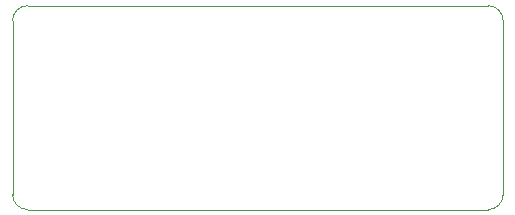
<source format=gbr>
G04 #@! TF.GenerationSoftware,KiCad,Pcbnew,(5.1.5)-3*
G04 #@! TF.CreationDate,2020-07-22T19:36:44+10:00*
G04 #@! TF.ProjectId,USART_BoSL_Bus,55534152-545f-4426-9f53-4c5f4275732e,rev?*
G04 #@! TF.SameCoordinates,Original*
G04 #@! TF.FileFunction,Profile,NP*
%FSLAX46Y46*%
G04 Gerber Fmt 4.6, Leading zero omitted, Abs format (unit mm)*
G04 Created by KiCad (PCBNEW (5.1.5)-3) date 2020-07-22 19:36:44*
%MOMM*%
%LPD*%
G04 APERTURE LIST*
%ADD10C,0.050000*%
G04 APERTURE END LIST*
D10*
X105537000Y-113919000D02*
G75*
G02X106807000Y-112649000I1270000J0D01*
G01*
X106807000Y-129921000D02*
G75*
G02X105537000Y-128651000I0J1270000D01*
G01*
X147066000Y-128651000D02*
G75*
G02X145796000Y-129921000I-1270000J0D01*
G01*
X145796000Y-112649000D02*
G75*
G02X147066000Y-113919000I0J-1270000D01*
G01*
X105537000Y-113919000D02*
X105537000Y-128651000D01*
X145796000Y-112649000D02*
X106807000Y-112649000D01*
X147066000Y-128651000D02*
X147066000Y-113919000D01*
X106807000Y-129921000D02*
X145796000Y-129921000D01*
M02*

</source>
